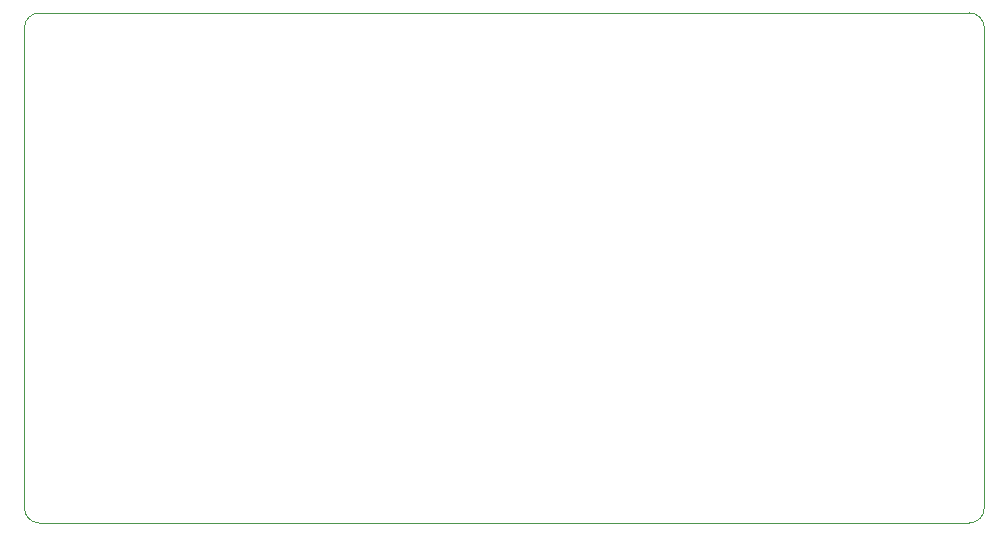
<source format=gm1>
G04 #@! TF.GenerationSoftware,KiCad,Pcbnew,(5.99.0-1822-g1792479ca)*
G04 #@! TF.CreationDate,2020-06-16T18:07:24+08:00*
G04 #@! TF.ProjectId,ai03-pad-duplicate,61693033-2d70-4616-942d-6475706c6963,v01*
G04 #@! TF.SameCoordinates,Original*
G04 #@! TF.FileFunction,Profile,NP*
%FSLAX46Y46*%
G04 Gerber Fmt 4.6, Leading zero omitted, Abs format (unit mm)*
G04 Created by KiCad (PCBNEW (5.99.0-1822-g1792479ca)) date 2020-06-16 18:07:24*
%MOMM*%
%LPD*%
G01*
G04 APERTURE LIST*
G04 #@! TA.AperFunction,Profile*
%ADD10C,0.050000*%
G04 #@! TD*
G04 APERTURE END LIST*
D10*
X143510000Y-134620000D02*
X64770000Y-134620000D01*
X144780000Y-176530000D02*
X144780000Y-135890000D01*
X64770000Y-177800000D02*
X143510000Y-177800000D01*
X63500000Y-135890000D02*
X63500000Y-176530000D01*
X64770000Y-177800000D02*
G75*
G02*
X63500000Y-176530000I0J1270000D01*
G01*
X144780000Y-176530000D02*
G75*
G02*
X143510000Y-177800000I-1270000J0D01*
G01*
X143510000Y-134620000D02*
G75*
G02*
X144780000Y-135890000I0J-1270000D01*
G01*
X63500000Y-135890000D02*
G75*
G02*
X64770000Y-134620000I1270000J0D01*
G01*
M02*

</source>
